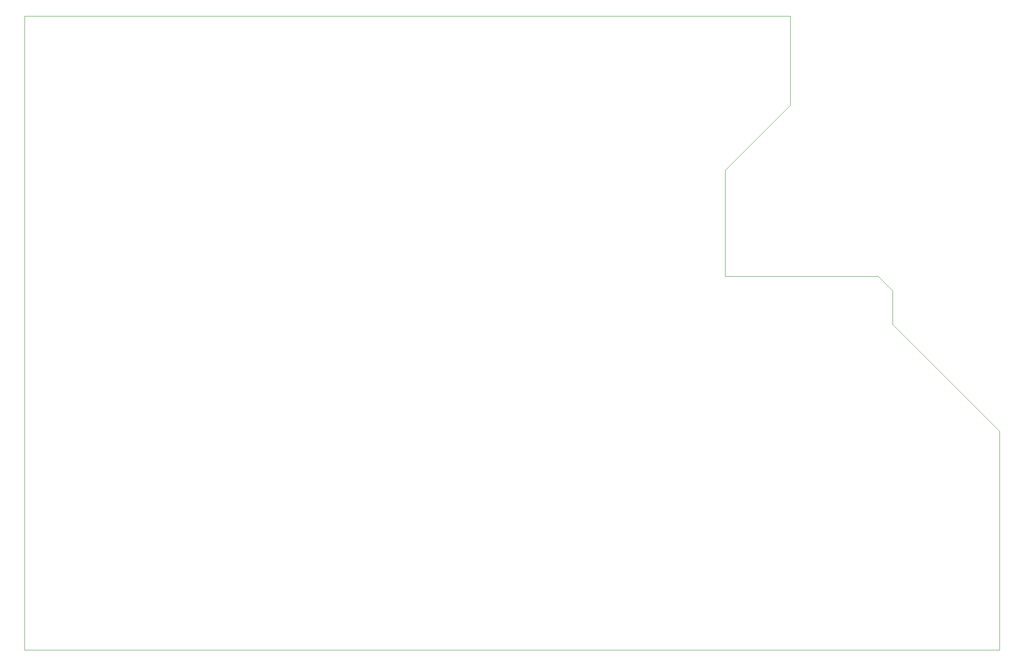
<source format=gbr>
%TF.GenerationSoftware,KiCad,Pcbnew,(5.1.9)-1*%
%TF.CreationDate,2021-02-13T21:43:23+00:00*%
%TF.ProjectId,T24_5_2-BBB,5432345f-355f-4322-9d42-42422e6b6963,rev?*%
%TF.SameCoordinates,Original*%
%TF.FileFunction,Profile,NP*%
%FSLAX46Y46*%
G04 Gerber Fmt 4.6, Leading zero omitted, Abs format (unit mm)*
G04 Created by KiCad (PCBNEW (5.1.9)-1) date 2021-02-13 21:43:23*
%MOMM*%
%LPD*%
G01*
G04 APERTURE LIST*
%TA.AperFunction,Profile*%
%ADD10C,0.038100*%
%TD*%
G04 APERTURE END LIST*
D10*
X197240000Y-60630000D02*
X197240000Y-58740000D01*
X210290000Y-45690000D02*
X197240000Y-58740000D01*
X210290000Y-45690000D02*
X210290000Y-27830000D01*
X227840000Y-79980000D02*
X197240000Y-79980000D01*
X230760000Y-82890000D02*
X227840000Y-79980000D01*
X197240000Y-79980000D02*
X197240000Y-60630000D01*
X230760000Y-89670000D02*
X230760000Y-82890000D01*
X252200000Y-111110000D02*
X230760000Y-89670000D01*
X252200000Y-116100000D02*
X252200000Y-111110000D01*
X252200000Y-154970000D02*
X252200000Y-116100000D01*
X56930000Y-154970000D02*
X252200000Y-154970000D01*
X56930000Y-27830000D02*
X56930000Y-154970000D01*
X210290000Y-27830000D02*
X56930000Y-27830000D01*
M02*

</source>
